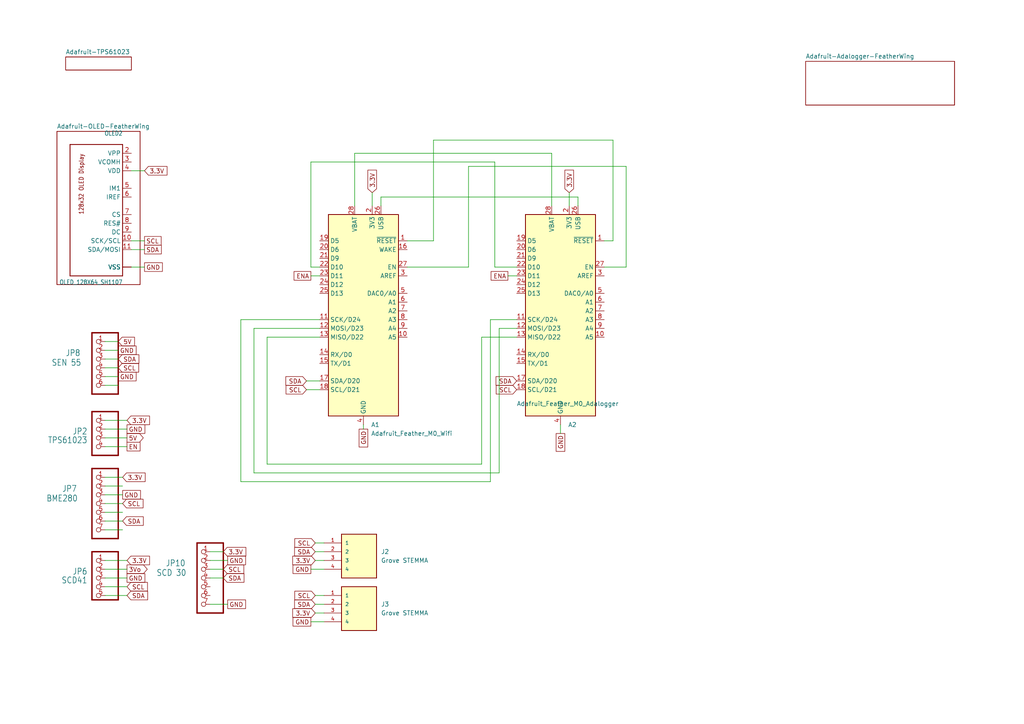
<source format=kicad_sch>
(kicad_sch (version 20231120) (generator "eeschema") (generator_version "8.0")
  (paper "A4")
  (lib_symbols
    (symbol "110990030:110990030" (pin_names (offset 1.016))
      (property "Reference" "J" (at -5.08 5.842 0))
      (property "Value" "110990030" (at -5.08 -8.382 0))
      (symbol "110990030_0_0"
        (rectangle (start -5.08 -7.62) (end 5.08 5.08) (stroke (width 0.254)) (fill (type background)))
        (pin passive line (at -10.16 2.54 0) (length 5.08) (name "1") (number "1"))
        (pin passive line (at -10.16 0 0) (length 5.08) (name "2") (number "2"))
        (pin passive line (at -10.16 -2.54 0) (length 5.08) (name "3") (number "3"))
        (pin passive line (at -10.16 -5.08 0) (length 5.08) (name "4") (number "4"))
      )
    )
    (symbol "Adafruit 128x64 OLED FeatherWing-eagle-import:OLED_128X64_SH1107"
      (property "Reference" "OLED" (at -7.62 22.86 0))
      (symbol "OLED_128X64_SH1107_1_0"
        (polyline (pts (xy -7.62 -17.78) (xy 7.62 -17.78)) (stroke (width 0.254)))
        (polyline (pts (xy -7.62 20.32) (xy -7.62 -17.78)) (stroke (width 0.254)))
        (polyline (pts (xy 7.62 -17.78) (xy 7.62 20.32)) (stroke (width 0.254)))
        (polyline (pts (xy 7.62 20.32) (xy -7.62 20.32)) (stroke (width 0.254)))
        (text "128x32 OLED Display" (at 5.08 0 900) (effects (font (size 1.27 1.0795)) (justify left bottom)))
        (pin power_in line (at -10.16 -15.24 0) (length 2.54) (name "VSS") (number "1"))
        (pin input line (at -10.16 -7.62 0) (length 2.54) (name "SCK/SCL") (number "10"))
        (pin input line (at -10.16 -10.16 0) (length 2.54) (name "SDA/MOSI") (number "11"))
        (pin power_in line (at -10.16 -15.24 0) (length 2.54) (name "VSS") (number "12"))
        (pin power_in line (at -10.16 -15.24 0) (length 2.54) (name "VSS") (number "13"))
        (pin power_in line (at -10.16 17.78 0) (length 2.54) (name "VPP") (number "2"))
        (pin power_in line (at -10.16 15.24 0) (length 2.54) (name "VCOMH") (number "3"))
        (pin power_in line (at -10.16 12.7 0) (length 2.54) (name "VDD") (number "4"))
        (pin input line (at -10.16 7.62 0) (length 2.54) (name "IM1") (number "5"))
        (pin bidirectional line (at -10.16 5.08 0) (length 2.54) (name "IREF") (number "6"))
        (pin input line (at -10.16 0 0) (length 2.54) (name "CS") (number "7"))
        (pin input line (at -10.16 -2.54 0) (length 2.54) (name "RES#") (number "8"))
        (pin input line (at -10.16 -5.08 0) (length 2.54) (name "DC") (number "9"))
      )
    )
    (symbol "Adafruit TPS61023-eagle-import:HEADER-1X4ROUND"
      (property "Reference" "JP" (at -6.35 8.255 0))
      (symbol "HEADER-1X4ROUND_1_0"
        (polyline (pts (xy -6.35 -5.08) (xy 1.27 -5.08)) (stroke (width 0.4064)))
        (polyline (pts (xy -6.35 7.62) (xy -6.35 -5.08)) (stroke (width 0.4064)))
        (polyline (pts (xy 1.27 -5.08) (xy 1.27 7.62)) (stroke (width 0.4064)))
        (polyline (pts (xy 1.27 7.62) (xy -6.35 7.62)) (stroke (width 0.4064)))
        (pin passive inverted (at -2.54 5.08 0) (length 2.54) (name "1") (number "1"))
        (pin passive inverted (at -2.54 2.54 0) (length 2.54) (name "2") (number "2"))
        (pin passive inverted (at -2.54 0 0) (length 2.54) (name "3") (number "3"))
        (pin passive inverted (at -2.54 -2.54 0) (length 2.54) (name "4") (number "4"))
      )
    )
    (symbol "HEADER-1X4ROUND_1"
      (property "Reference" "JP7" (at 5.588 1.778 0))
      (property "Value" "BME280" (at 5.334 -1.016 0))
      (symbol "HEADER-1X4ROUND_1_1_0"
        (polyline (pts (xy -6.35 -12.7) (xy 1.27 -12.7)) (stroke (width 0.4064)))
        (polyline (pts (xy -6.35 7.62) (xy -6.35 -12.7)) (stroke (width 0.4064)))
        (polyline (pts (xy 1.27 -12.7) (xy 1.27 7.62)) (stroke (width 0.4064)))
        (polyline (pts (xy 1.27 7.62) (xy -6.35 7.62)) (stroke (width 0.4064)))
        (pin passive inverted (at -2.54 5.08 0) (length 2.54) (name "1") (number "1"))
        (pin passive inverted (at -2.54 2.54 0) (length 2.54) (name "2") (number "2"))
        (pin passive inverted (at -2.54 0 0) (length 2.54) (name "3") (number "3"))
        (pin passive inverted (at -2.54 -2.54 0) (length 2.54) (name "4") (number "4"))
        (pin passive inverted (at -2.54 -5.08 0) (length 2.54) (name "5") (number "5"))
        (pin passive inverted (at -2.54 -7.62 0) (length 2.54) (name "6") (number "6"))
        (pin passive inverted (at -2.54 -10.16 0) (length 2.54) (name "7") (number "7"))
      )
    )
    (symbol "HEADER-1X4ROUND_2"
      (property "Reference" "JP8" (at 5.588 1.778 0))
      (property "Value" "SEN 55" (at 5.334 -1.016 0))
      (symbol "HEADER-1X4ROUND_2_1_0"
        (polyline (pts (xy -6.35 -10.16) (xy 1.27 -10.16)) (stroke (width 0.4064)))
        (polyline (pts (xy -6.35 7.62) (xy -6.35 -10.16)) (stroke (width 0.4064)))
        (polyline (pts (xy 1.27 -10.16) (xy 1.27 7.62)) (stroke (width 0.4064)))
        (polyline (pts (xy 1.27 7.62) (xy -6.35 7.62)) (stroke (width 0.4064)))
        (pin passive inverted (at -2.54 5.08 0) (length 2.54) (name "1") (number "1"))
        (pin passive inverted (at -2.54 2.54 0) (length 2.54) (name "2") (number "2"))
        (pin passive inverted (at -2.54 0 0) (length 2.54) (name "3") (number "3"))
        (pin passive inverted (at -2.54 -2.54 0) (length 2.54) (name "4") (number "4"))
        (pin passive inverted (at -2.54 -5.08 0) (length 2.54) (name "5") (number "5"))
        (pin passive inverted (at -2.54 -7.62 0) (length 2.54) (name "6") (number "6"))
      )
    )
    (symbol "HEADER-1X4ROUND_3"
      (property "Reference" "JP10" (at 4.572 1.778 0))
      (property "Value" "SCD 30" (at 4.318 -1.016 0))
      (symbol "HEADER-1X4ROUND_3_1_0"
        (polyline (pts (xy -6.35 -12.7) (xy 1.27 -12.7)) (stroke (width 0.4064)))
        (polyline (pts (xy -6.35 7.62) (xy -6.35 -12.7)) (stroke (width 0.4064)))
        (polyline (pts (xy 1.27 -12.7) (xy 1.27 7.62)) (stroke (width 0.4064)))
        (polyline (pts (xy 1.27 7.62) (xy -6.35 7.62)) (stroke (width 0.4064)))
        (pin passive inverted (at -2.54 5.08 0) (length 2.54) (name "1") (number "1"))
        (pin passive inverted (at -2.54 2.54 0) (length 2.54) (name "2") (number "2"))
        (pin passive inverted (at -2.54 0 0) (length 2.54) (name "3") (number "3"))
        (pin passive inverted (at -2.54 -2.54 0) (length 2.54) (name "4") (number "4"))
        (pin passive inverted (at -2.54 -5.08 0) (length 2.54) (name "5") (number "5"))
        (pin passive inverted (at -2.54 -7.62 0) (length 2.54) (name "6") (number "6"))
        (pin passive inverted (at -2.54 -10.16 0) (length 2.54) (name "7") (number "7"))
      )
    )
    (symbol "HEADER-1X4ROUND_4"
      (property "Reference" "JP6" (at 2.54 1.905 0))
      (property "Value" "SCD41" (at 2.54 -0.635 0))
      (symbol "HEADER-1X4ROUND_4_1_0"
        (polyline (pts (xy -6.35 -6.35) (xy 1.27 -6.35)) (stroke (width 0.4064)))
        (polyline (pts (xy -6.35 7.62) (xy -6.35 -6.35)) (stroke (width 0.4064)))
        (polyline (pts (xy 1.27 -6.35) (xy 1.27 7.62)) (stroke (width 0.4064)))
        (polyline (pts (xy 1.27 7.62) (xy -6.35 7.62)) (stroke (width 0.4064)))
        (pin passive inverted (at -2.54 5.08 0) (length 2.54) (name "1") (number "1"))
        (pin passive inverted (at -2.54 2.54 0) (length 2.54) (name "2") (number "2"))
        (pin passive inverted (at -2.54 0 0) (length 2.54) (name "3") (number "3"))
        (pin passive inverted (at -2.54 -2.54 0) (length 2.54) (name "4") (number "4"))
        (pin passive inverted (at -2.54 -5.08 0) (length 2.54) (name "5") (number "5"))
      )
    )
    (symbol "MCU_Module:Adafruit_Feather_M0_Adalogger"
      (property "Reference" "A" (at -10.16 29.21 0))
      (property "Value" "Adafruit_Feather_M0_Adalogger" (at 2.54 -31.75 0))
      (symbol "Adafruit_Feather_M0_Adalogger_0_1"
        (rectangle (start -10.16 27.94) (end 10.16 -30.48) (stroke (width 0.254)) (fill (type background)))
      )
      (symbol "Adafruit_Feather_M0_Adalogger_1_1"
        (pin input line (at 12.7 20.32 180) (length 2.54) (name "~{RESET}") (number "1"))
        (pin bidirectional line (at 12.7 -7.62 180) (length 2.54) (name "A5") (number "10"))
        (pin bidirectional line (at -12.7 -2.54 0) (length 2.54) (name "SCK/D24") (number "11"))
        (pin bidirectional line (at -12.7 -5.08 0) (length 2.54) (name "MOSI/D23") (number "12"))
        (pin bidirectional line (at -12.7 -7.62 0) (length 2.54) (name "MISO/D22") (number "13"))
        (pin bidirectional line (at -12.7 -12.7 0) (length 2.54) (name "RX/D0") (number "14"))
        (pin bidirectional line (at -12.7 -15.24 0) (length 2.54) (name "TX/D1") (number "15"))
        (pin passive line (at 0 -33.02 90) (length 2.54) hide (name "GND") (number "16"))
        (pin bidirectional line (at -12.7 -20.32 0) (length 2.54) (name "SDA/D20") (number "17"))
        (pin bidirectional line (at -12.7 -22.86 0) (length 2.54) (name "SCL/D21") (number "18"))
        (pin bidirectional line (at -12.7 20.32 0) (length 2.54) (name "D5") (number "19"))
        (pin power_in line (at 2.54 30.48 270) (length 2.54) (name "3V3") (number "2"))
        (pin bidirectional line (at -12.7 17.78 0) (length 2.54) (name "D6") (number "20"))
        (pin bidirectional line (at -12.7 15.24 0) (length 2.54) (name "D9") (number "21"))
        (pin bidirectional line (at -12.7 12.7 0) (length 2.54) (name "D10") (number "22"))
        (pin bidirectional line (at -12.7 10.16 0) (length 2.54) (name "D11") (number "23"))
        (pin bidirectional line (at -12.7 7.62 0) (length 2.54) (name "D12") (number "24"))
        (pin bidirectional line (at -12.7 5.08 0) (length 2.54) (name "D13") (number "25"))
        (pin power_in line (at 5.08 30.48 270) (length 2.54) (name "USB") (number "26"))
        (pin input line (at 12.7 12.7 180) (length 2.54) (name "EN") (number "27"))
        (pin power_in line (at -2.54 30.48 270) (length 2.54) (name "VBAT") (number "28"))
        (pin input line (at 12.7 10.16 180) (length 2.54) (name "AREF") (number "3"))
        (pin power_in line (at 0 -33.02 90) (length 2.54) (name "GND") (number "4"))
        (pin bidirectional line (at 12.7 5.08 180) (length 2.54) (name "DAC0/A0") (number "5"))
        (pin bidirectional line (at 12.7 2.54 180) (length 2.54) (name "A1") (number "6"))
        (pin bidirectional line (at 12.7 0 180) (length 2.54) (name "A2") (number "7"))
        (pin bidirectional line (at 12.7 -2.54 180) (length 2.54) (name "A3") (number "8"))
        (pin bidirectional line (at 12.7 -5.08 180) (length 2.54) (name "A4") (number "9"))
      )
    )
    (symbol "MCU_Module:Adafruit_Feather_M0_Wifi"
      (property "Reference" "A" (at -10.16 29.21 0))
      (property "Value" "Adafruit_Feather_M0_Wifi" (at 2.54 -31.75 0))
      (symbol "Adafruit_Feather_M0_Wifi_0_1"
        (rectangle (start -10.16 27.94) (end 10.16 -30.48) (stroke (width 0.254)) (fill (type background)))
      )
      (symbol "Adafruit_Feather_M0_Wifi_1_1"
        (pin input line (at 12.7 20.32 180) (length 2.54) (name "~{RESET}") (number "1"))
        (pin bidirectional line (at 12.7 -7.62 180) (length 2.54) (name "A5") (number "10"))
        (pin bidirectional line (at -12.7 -2.54 0) (length 2.54) (name "SCK/D24") (number "11"))
        (pin bidirectional line (at -12.7 -5.08 0) (length 2.54) (name "MOSI/D23") (number "12"))
        (pin bidirectional line (at -12.7 -7.62 0) (length 2.54) (name "MISO/D22") (number "13"))
        (pin bidirectional line (at -12.7 -12.7 0) (length 2.54) (name "RX/D0") (number "14"))
        (pin bidirectional line (at -12.7 -15.24 0) (length 2.54) (name "TX/D1") (number "15"))
        (pin input line (at 12.7 17.78 180) (length 2.54) (name "WAKE") (number "16"))
        (pin bidirectional line (at -12.7 -20.32 0) (length 2.54) (name "SDA/D20") (number "17"))
        (pin bidirectional line (at -12.7 -22.86 0) (length 2.54) (name "SCL/D21") (number "18"))
        (pin bidirectional line (at -12.7 20.32 0) (length 2.54) (name "D5") (number "19"))
        (pin power_in line (at 2.54 30.48 270) (length 2.54) (name "3V3") (number "2"))
        (pin bidirectional line (at -12.7 17.78 0) (length 2.54) (name "D6") (number "20"))
        (pin bidirectional line (at -12.7 15.24 0) (length 2.54) (name "D9") (number "21"))
        (pin bidirectional line (at -12.7 12.7 0) (length 2.54) (name "D10") (number "22"))
        (pin bidirectional line (at -12.7 10.16 0) (length 2.54) (name "D11") (number "23"))
        (pin bidirectional line (at -12.7 7.62 0) (length 2.54) (name "D12") (number "24"))
        (pin bidirectional line (at -12.7 5.08 0) (length 2.54) (name "D13") (number "25"))
        (pin power_in line (at 5.08 30.48 270) (length 2.54) (name "USB") (number "26"))
        (pin input line (at 12.7 12.7 180) (length 2.54) (name "EN") (number "27"))
        (pin power_in line (at -2.54 30.48 270) (length 2.54) (name "VBAT") (number "28"))
        (pin input line (at 12.7 10.16 180) (length 2.54) (name "AREF") (number "3"))
        (pin power_in line (at 0 -33.02 90) (length 2.54) (name "GND") (number "4"))
        (pin bidirectional line (at 12.7 5.08 180) (length 2.54) (name "DAC0/A0") (number "5"))
        (pin bidirectional line (at 12.7 2.54 180) (length 2.54) (name "A1") (number "6"))
        (pin bidirectional line (at 12.7 0 180) (length 2.54) (name "A2") (number "7"))
        (pin bidirectional line (at 12.7 -2.54 180) (length 2.54) (name "A3") (number "8"))
        (pin bidirectional line (at 12.7 -5.08 180) (length 2.54) (name "A4") (number "9"))
      )
    )
  )
  (wire (pts (xy 139.7 134.62) (xy 139.7 97.79)))
  (wire (pts (xy 69.85 139.7) (xy 142.24 139.7)))
  (wire (pts (xy 30.48 104.14) (xy 34.29 104.14)))
  (wire (pts (xy 30.48 165.1) (xy 36.83 165.1)))
  (wire (pts (xy 105.41 123.19) (xy 105.41 124.46)))
  (wire (pts (xy 91.44 157.48) (xy 93.98 157.48)))
  (wire (pts (xy 147.32 80.01) (xy 149.86 80.01)))
  (wire (pts (xy 181.61 48.26) (xy 181.61 77.47)))
  (wire (pts (xy 60.96 162.56) (xy 66.04 162.56)))
  (wire (pts (xy 91.44 175.26) (xy 93.98 175.26)))
  (wire (pts (xy 107.95 55.88) (xy 107.95 59.69)))
  (wire (pts (xy 38.1 49.53) (xy 41.91 49.53)))
  (wire (pts (xy 30.48 148.59) (xy 35.56 148.59)))
  (wire (pts (xy 30.48 124.46) (xy 36.83 124.46)))
  (wire (pts (xy 177.8 69.85) (xy 175.26 69.85)))
  (wire (pts (xy 30.48 151.13) (xy 35.56 151.13)))
  (wire (pts (xy 69.85 92.71) (xy 69.85 139.7)))
  (wire (pts (xy 135.89 77.47) (xy 135.89 48.26)))
  (wire (pts (xy 144.78 137.16) (xy 144.78 95.25)))
  (wire (pts (xy 90.17 165.1) (xy 93.98 165.1)))
  (wire (pts (xy 30.48 146.05) (xy 35.56 146.05)))
  (wire (pts (xy 38.1 72.39) (xy 41.91 72.39)))
  (wire (pts (xy 92.71 77.47) (xy 90.17 77.47)))
  (wire (pts (xy 160.02 59.69) (xy 160.02 44.45)))
  (wire (pts (xy 90.17 46.99) (xy 143.51 46.99)))
  (wire (pts (xy 125.73 40.64) (xy 177.8 40.64)))
  (wire (pts (xy 30.48 101.6) (xy 34.29 101.6)))
  (wire (pts (xy 30.48 153.67) (xy 35.56 153.67)))
  (wire (pts (xy 30.48 106.68) (xy 34.29 106.68)))
  (wire (pts (xy 139.7 97.79) (xy 149.86 97.79)))
  (wire (pts (xy 30.48 170.18) (xy 36.83 170.18)))
  (wire (pts (xy 88.9 113.03) (xy 92.71 113.03)))
  (wire (pts (xy 144.78 95.25) (xy 149.86 95.25)))
  (wire (pts (xy 142.24 139.7) (xy 142.24 92.71)))
  (wire (pts (xy 88.9 110.49) (xy 92.71 110.49)))
  (wire (pts (xy 77.47 97.79) (xy 77.47 134.62)))
  (wire (pts (xy 165.1 55.88) (xy 165.1 59.69)))
  (wire (pts (xy 60.96 160.02) (xy 64.77 160.02)))
  (wire (pts (xy 91.44 177.8) (xy 93.98 177.8)))
  (wire (pts (xy 30.48 109.22) (xy 34.29 109.22)))
  (wire (pts (xy 92.71 92.71) (xy 69.85 92.71)))
  (wire (pts (xy 91.44 172.72) (xy 93.98 172.72)))
  (wire (pts (xy 90.17 80.01) (xy 92.71 80.01)))
  (wire (pts (xy 167.64 57.15) (xy 110.49 57.15)))
  (wire (pts (xy 135.89 48.26) (xy 181.61 48.26)))
  (wire (pts (xy 143.51 77.47) (xy 149.86 77.47)))
  (wire (pts (xy 102.87 44.45) (xy 102.87 59.69)))
  (wire (pts (xy 30.48 121.92) (xy 36.83 121.92)))
  (wire (pts (xy 90.17 180.34) (xy 93.98 180.34)))
  (wire (pts (xy 73.66 95.25) (xy 73.66 137.16)))
  (wire (pts (xy 91.44 162.56) (xy 93.98 162.56)))
  (wire (pts (xy 92.71 97.79) (xy 77.47 97.79)))
  (wire (pts (xy 73.66 137.16) (xy 144.78 137.16)))
  (wire (pts (xy 167.64 59.69) (xy 167.64 57.15)))
  (wire (pts (xy 30.48 172.72) (xy 36.83 172.72)))
  (wire (pts (xy 30.48 140.97) (xy 35.56 140.97)))
  (wire (pts (xy 175.26 77.47) (xy 181.61 77.47)))
  (wire (pts (xy 30.48 111.76) (xy 34.29 111.76)))
  (wire (pts (xy 30.48 138.43) (xy 35.56 138.43)))
  (wire (pts (xy 125.73 69.85) (xy 125.73 40.64)))
  (wire (pts (xy 38.1 69.85) (xy 41.91 69.85)))
  (wire (pts (xy 143.51 46.99) (xy 143.51 77.47)))
  (wire (pts (xy 118.11 77.47) (xy 135.89 77.47)))
  (wire (pts (xy 38.1 77.47) (xy 41.91 77.47)))
  (wire (pts (xy 110.49 57.15) (xy 110.49 59.69)))
  (wire (pts (xy 30.48 143.51) (xy 35.56 143.51)))
  (wire (pts (xy 177.8 40.64) (xy 177.8 69.85)))
  (wire (pts (xy 60.96 165.1) (xy 64.77 165.1)))
  (wire (pts (xy 30.48 167.64) (xy 36.83 167.64)))
  (wire (pts (xy 77.47 134.62) (xy 139.7 134.62)))
  (wire (pts (xy 142.24 92.71) (xy 149.86 92.71)))
  (wire (pts (xy 92.71 95.25) (xy 73.66 95.25)))
  (wire (pts (xy 30.48 129.54) (xy 36.83 129.54)))
  (wire (pts (xy 90.17 77.47) (xy 90.17 46.99)))
  (wire (pts (xy 118.11 69.85) (xy 125.73 69.85)))
  (wire (pts (xy 162.56 123.19) (xy 162.56 125.73)))
  (wire (pts (xy 30.48 99.06) (xy 34.29 99.06)))
  (wire (pts (xy 30.48 162.56) (xy 36.83 162.56)))
  (wire (pts (xy 60.96 167.64) (xy 64.77 167.64)))
  (wire (pts (xy 60.96 175.26) (xy 66.04 175.26)))
  (wire (pts (xy 30.48 127) (xy 36.83 127)))
  (wire (pts (xy 160.02 44.45) (xy 102.87 44.45)))
  (wire (pts (xy 91.44 160.02) (xy 93.98 160.02)))
  (global_label "SDA" (shape input) (at 91.44 160.02 180) (property "Intersheetrefs" "${INTERSHEET_REFS}" (effects (hide yes))))
  (global_label "GND" (shape passive) (at 90.17 180.34 180) (property "Intersheetrefs" "${INTERSHEET_REFS}" (effects (hide yes))))
  (global_label "GND" (shape passive) (at 41.91 77.47 0) (property "Intersheetrefs" "${INTERSHEET_REFS}" (effects (hide yes))))
  (global_label "SDA" (shape input) (at 149.86 110.49 180) (property "Intersheetrefs" "${INTERSHEET_REFS}" (effects (hide yes))))
  (global_label "3.3V" (shape input) (at 64.77 160.02 0) (property "Intersheetrefs" "${INTERSHEET_REFS}" (effects (hide yes))))
  (global_label "3.3V" (shape input) (at 91.44 162.56 180) (property "Intersheetrefs" "${INTERSHEET_REFS}" (effects (hide yes))))
  (global_label "SDA" (shape input) (at 36.83 172.72 0) (property "Intersheetrefs" "${INTERSHEET_REFS}" (effects (hide yes))))
  (global_label "SCL" (shape input) (at 88.9 113.03 180) (property "Intersheetrefs" "${INTERSHEET_REFS}" (effects (hide yes))))
  (global_label "GND" (shape passive) (at 35.56 143.51 0) (property "Intersheetrefs" "${INTERSHEET_REFS}" (effects (hide yes))))
  (global_label "SCL" (shape input) (at 64.77 165.1 0) (property "Intersheetrefs" "${INTERSHEET_REFS}" (effects (hide yes))))
  (global_label "3.3V" (shape input) (at 41.91 49.53 0) (property "Intersheetrefs" "${INTERSHEET_REFS}" (effects (hide yes))))
  (global_label "GND" (shape passive) (at 34.29 109.22 0) (property "Intersheetrefs" "${INTERSHEET_REFS}" (effects (hide yes))))
  (global_label "GND" (shape passive) (at 66.04 162.56 0) (property "Intersheetrefs" "${INTERSHEET_REFS}" (effects (hide yes))))
  (global_label "GND" (shape passive) (at 34.29 101.6 0) (property "Intersheetrefs" "${INTERSHEET_REFS}" (effects (hide yes))))
  (global_label "3.3V" (shape input) (at 165.1 55.88 90) (property "Intersheetrefs" "${INTERSHEET_REFS}" (effects (hide yes))))
  (global_label "SDA" (shape input) (at 88.9 110.49 180) (property "Intersheetrefs" "${INTERSHEET_REFS}" (effects (hide yes))))
  (global_label "EN" (shape passive) (at 36.83 129.54 0) (property "Intersheetrefs" "${INTERSHEET_REFS}" (effects (hide yes))))
  (global_label "3Vo" (shape output) (at 36.83 165.1 0) (property "Intersheetrefs" "${INTERSHEET_REFS}" (effects (hide yes))))
  (global_label "SCL" (shape input) (at 91.44 157.48 180) (property "Intersheetrefs" "${INTERSHEET_REFS}" (effects (hide yes))))
  (global_label "3.3V" (shape input) (at 36.83 121.92 0) (property "Intersheetrefs" "${INTERSHEET_REFS}" (effects (hide yes))))
  (global_label "SDA" (shape input) (at 34.29 104.14 0) (property "Intersheetrefs" "${INTERSHEET_REFS}" (effects (hide yes))))
  (global_label "SCL" (shape input) (at 149.86 113.03 180) (property "Intersheetrefs" "${INTERSHEET_REFS}" (effects (hide yes))))
  (global_label "3.3V" (shape input) (at 36.83 162.56 0) (property "Intersheetrefs" "${INTERSHEET_REFS}" (effects (hide yes))))
  (global_label "3.3V" (shape input) (at 91.44 177.8 180) (property "Intersheetrefs" "${INTERSHEET_REFS}" (effects (hide yes))))
  (global_label "GND" (shape passive) (at 162.56 125.73 270) (property "Intersheetrefs" "${INTERSHEET_REFS}" (effects (hide yes))))
  (global_label "SDA" (shape passive) (at 41.91 72.39 0) (property "Intersheetrefs" "${INTERSHEET_REFS}" (effects (hide yes))))
  (global_label "SDA" (shape input) (at 91.44 175.26 180) (property "Intersheetrefs" "${INTERSHEET_REFS}" (effects (hide yes))))
  (global_label "3.3V" (shape input) (at 35.56 138.43 0) (property "Intersheetrefs" "${INTERSHEET_REFS}" (effects (hide yes))))
  (global_label "SDA" (shape input) (at 64.77 167.64 0) (property "Intersheetrefs" "${INTERSHEET_REFS}" (effects (hide yes))))
  (global_label "ENA" (shape passive) (at 90.17 80.01 180) (property "Intersheetrefs" "${INTERSHEET_REFS}" (effects (hide yes))))
  (global_label "GND" (shape passive) (at 105.41 124.46 270) (property "Intersheetrefs" "${INTERSHEET_REFS}" (effects (hide yes))))
  (global_label "GND" (shape passive) (at 90.17 165.1 180) (property "Intersheetrefs" "${INTERSHEET_REFS}" (effects (hide yes))))
  (global_label "3.3V" (shape input) (at 107.95 55.88 90) (property "Intersheetrefs" "${INTERSHEET_REFS}" (effects (hide yes))))
  (global_label "SDA" (shape input) (at 35.56 151.13 0) (property "Intersheetrefs" "${INTERSHEET_REFS}" (effects (hide yes))))
  (global_label "5V" (shape output) (at 36.83 127 0) (property "Intersheetrefs" "${INTERSHEET_REFS}" (effects (hide yes))))
  (global_label "GND" (shape passive) (at 36.83 124.46 0) (property "Intersheetrefs" "${INTERSHEET_REFS}" (effects (hide yes))))
  (global_label "GND" (shape passive) (at 36.83 167.64 0) (property "Intersheetrefs" "${INTERSHEET_REFS}" (effects (hide yes))))
  (global_label "GND" (shape passive) (at 66.04 175.26 0) (property "Intersheetrefs" "${INTERSHEET_REFS}" (effects (hide yes))))
  (global_label "SCL" (shape input) (at 35.56 146.05 0) (property "Intersheetrefs" "${INTERSHEET_REFS}" (effects (hide yes))))
  (global_label "SCL" (shape passive) (at 41.91 69.85 0) (property "Intersheetrefs" "${INTERSHEET_REFS}" (effects (hide yes))))
  (global_label "SCL" (shape input) (at 91.44 172.72 180) (property "Intersheetrefs" "${INTERSHEET_REFS}" (effects (hide yes))))
  (global_label "SCL" (shape input) (at 34.29 106.68 0) (property "Intersheetrefs" "${INTERSHEET_REFS}" (effects (hide yes))))
  (global_label "5V" (shape input) (at 34.29 99.06 0) (property "Intersheetrefs" "${INTERSHEET_REFS}" (effects (hide yes))))
  (global_label "SCL" (shape input) (at 36.83 170.18 0) (property "Intersheetrefs" "${INTERSHEET_REFS}" (effects (hide yes))))
  (global_label "ENA" (shape passive) (at 147.32 80.01 180) (property "Intersheetrefs" "${INTERSHEET_REFS}" (effects (hide yes))))
  (symbol (lib_id "MCU_Module:Adafruit_Feather_M0_Wifi") (at 105.41 90.17 0) (unit 1)
    (property "Reference" "A1" (at 107.6041 123.19 0) (effects (justify left)))
    (property "Value" "Adafruit_Feather_M0_Wifi" (at 107.6041 125.73 0) (effects (justify left)))
    (property "Footprint" "Module:Adafruit_Feather_M0_Wifi" (effects (hide yes)))
    (property "Datasheet" "https://cdn-learn.adafruit.com/downloads/pdf/adafruit-feather-m0-wifi-atwinc1500.pdf" (effects (hide yes)))
    (property "Description" "Microcontroller module with SAMD21 Cortex-M0 MCU and ATWINC1500 Wifi" (effects (hide yes)))
  )
  (symbol (lib_id "110990030:110990030") (at 104.14 175.26 0) (unit 1)
    (property "Reference" "J3" (at 110.49 175.2599 0) (effects (justify left)))
    (property "Value" "Grove STEMMA" (at 110.49 177.7999 0) (effects (justify left)))
    (property "Footprint" "Connector_PinHeader_2.00mm:PinHeader_1x04_P2.00mm_Vertical" (effects (hide yes)))
    (property "MF" "Seeed Studio" (effects (hide yes)))
    (property "MAXIMUM_PACKAGE_HEIGHT" "8.1mm" (effects (hide yes)))
    (property "Package" "None" (effects (hide yes)))
    (property "Price" "None" (effects (hide yes)))
    (property "Check_prices" "https://www.snapeda.com/parts/110990030%2010PCS/PACK/Seeed+Studio/view-part/?ref=eda" (effects (hide yes)))
    (property "STANDARD" "Manufacturer Recommendations" (effects (hide yes)))
    (property "PARTREV" "A" (effects (hide yes)))
    (property "SnapEDA_Link" "https://www.snapeda.com/parts/110990030%2010PCS/PACK/Seeed+Studio/view-part/?ref=snap" (effects (hide yes)))
    (property "MP" "110990030 10PCS/PACK" (effects (hide yes)))
    (property "Description_1" "\nGrove - Universal 4 pin connector [Seeed Studio] 110990030 10PCS/PACK Grove - Universal 4 pin connector\n" (effects (hide yes)))
    (property "Availability" "Not in stock" (effects (hide yes)))
    (property "MANUFACTURER" "Seeed Technology" (effects (hide yes)))
  )
  (symbol (lib_name "HEADER-1X4ROUND_1") (lib_id "Adafruit TPS61023-eagle-import:HEADER-1X4ROUND") (at 27.94 143.51 0) (mirror y) (unit 1)
    (property "Reference" "JP7" (at 22.352 141.732 0) (effects (font (size 1.778 1.5113)) (justify left)))
    (property "Value" "BME280" (at 22.606 144.526 0) (effects (font (size 1.778 1.5113)) (justify left)))
    (property "Footprint" "Connector_PinHeader_2.54mm:PinHeader_1x07_P2.54mm_Vertical" (effects (hide yes)))
    (property "Description" "PIN HEADER" (effects (hide yes)))
  )
  (symbol (lib_id "110990030:110990030") (at 104.14 160.02 0) (unit 1)
    (property "Reference" "J2" (at 110.49 160.0199 0) (effects (justify left)))
    (property "Value" "Grove STEMMA" (at 110.49 162.5599 0) (effects (justify left)))
    (property "Footprint" "Connector_PinHeader_2.00mm:PinHeader_1x04_P2.00mm_Vertical" (effects (hide yes)))
    (property "MF" "Seeed Studio" (effects (hide yes)))
    (property "MAXIMUM_PACKAGE_HEIGHT" "8.1mm" (effects (hide yes)))
    (property "Package" "None" (effects (hide yes)))
    (property "Price" "None" (effects (hide yes)))
    (property "Check_prices" "https://www.snapeda.com/parts/110990030%2010PCS/PACK/Seeed+Studio/view-part/?ref=eda" (effects (hide yes)))
    (property "STANDARD" "Manufacturer Recommendations" (effects (hide yes)))
    (property "PARTREV" "A" (effects (hide yes)))
    (property "SnapEDA_Link" "https://www.snapeda.com/parts/110990030%2010PCS/PACK/Seeed+Studio/view-part/?ref=snap" (effects (hide yes)))
    (property "MP" "110990030 10PCS/PACK" (effects (hide yes)))
    (property "Description_1" "\nGrove - Universal 4 pin connector [Seeed Studio] 110990030 10PCS/PACK Grove - Universal 4 pin connector\n" (effects (hide yes)))
    (property "Availability" "Not in stock" (effects (hide yes)))
    (property "MANUFACTURER" "Seeed Technology" (effects (hide yes)))
  )
  (symbol (lib_id "Adafruit TPS61023-eagle-import:HEADER-1X4ROUND") (at 27.94 127 0) (mirror y) (unit 1)
    (property "Reference" "JP2" (at 25.4 125.095 0) (effects (font (size 1.778 1.5113)) (justify left)))
    (property "Value" "TPS61023" (at 25.4 127.635 0) (effects (font (size 1.778 1.5113)) (justify left)))
    (property "Footprint" "Connector_PinHeader_2.54mm:PinHeader_1x04_P2.54mm_Vertical" (effects (hide yes)))
    (property "Description" "PIN HEADER" (effects (hide yes)))
  )
  (symbol (lib_name "HEADER-1X4ROUND_2") (lib_id "Adafruit TPS61023-eagle-import:HEADER-1X4ROUND") (at 27.94 104.14 0) (mirror y) (unit 1)
    (property "Reference" "JP8" (at 23.368 102.362 0) (effects (font (size 1.778 1.5113)) (justify left)))
    (property "Value" "SEN 55" (at 23.622 105.156 0) (effects (font (size 1.778 1.5113)) (justify left)))
    (property "Footprint" "Connector_PinHeader_2.54mm:PinHeader_1x06_P2.54mm_Vertical" (effects (hide yes)))
    (property "Description" "PIN HEADER" (effects (hide yes)))
  )
  (symbol (lib_id "MCU_Module:Adafruit_Feather_M0_Adalogger") (at 162.56 90.17 0) (unit 1)
    (property "Reference" "A2" (at 164.7541 123.19 0) (effects (justify left)))
    (property "Value" "Adafruit_Feather_M0_Adalogger" (at 149.86 117.094 0) (effects (justify left)))
    (property "Footprint" "Module:Adafruit_Feather" (effects (hide yes)))
    (property "Datasheet" "https://cdn-learn.adafruit.com/downloads/pdf/adafruit-feather-m0-adalogger.pdf" (effects (hide yes)))
    (property "Description" "Microcontroller module with SAMD21 Cortex-M0 MCU and SD card reader" (effects (hide yes)))
  )
  (symbol (lib_id "Adafruit 128x64 OLED FeatherWing-eagle-import:OLED_128X64_SH1107") (at 27.94 62.23 0) (mirror y) (unit 1)
    (property "Reference" "OLED2" (at 35.56 39.37 0) (effects (font (size 1.27 1.0795)) (justify left bottom)))
    (property "Value" "OLED_128X64_SH1107" (at 35.56 82.55 0) (effects (font (size 1.27 1.0795)) (justify left bottom)))
    (property "Footprint" "Adafruit 128x64 OLED FeatherWing:QT1107P11A" (effects (hide yes)))
  )
  (symbol (lib_name "HEADER-1X4ROUND_3") (lib_id "Adafruit TPS61023-eagle-import:HEADER-1X4ROUND") (at 58.42 165.1 0) (mirror y) (unit 1)
    (property "Reference" "JP10" (at 53.848 163.322 0) (effects (font (size 1.778 1.5113)) (justify left)))
    (property "Value" "SCD 30" (at 54.102 166.116 0) (effects (font (size 1.778 1.5113)) (justify left)))
    (property "Footprint" "Connector_PinHeader_2.54mm:PinHeader_1x07_P2.54mm_Vertical" (effects (hide yes)))
    (property "Description" "PIN HEADER" (effects (hide yes)))
  )
  (symbol (lib_name "HEADER-1X4ROUND_4") (lib_id "Adafruit TPS61023-eagle-import:HEADER-1X4ROUND") (at 27.94 167.64 0) (mirror y) (unit 1)
    (property "Reference" "JP6" (at 25.4 165.735 0) (effects (font (size 1.778 1.5113)) (justify left)))
    (property "Value" "SCD41" (at 25.4 168.275 0) (effects (font (size 1.778 1.5113)) (justify left)))
    (property "Footprint" "Connector_PinHeader_2.54mm:PinHeader_1x05_P2.54mm_Vertical" (effects (hide yes)))
    (property "Description" "PIN HEADER" (effects (hide yes)))
  )
  (sheet (at 233.68 17.78) (size 43.18 12.7) (stroke (width 0.1524))
    (property "Sheetname" "Adafruit-Adalogger-FeatherWing" (at 233.68 17.0684 0) (effects (justify left bottom)))
    (property "Sheetfile" "Adafruit-Adalogger-FeatherWing.kicad_sch" (effects (hide yes)))
  )
  (sheet (at 16.51 38.1) (size 24.13 44.45) (stroke (width 0.1524))
    (property "Sheetname" "Adafruit-OLED-FeatherWing" (at 16.51 37.3884 0) (effects (justify left bottom)))
    (property "Sheetfile" "Adafruit-OLED-FeatherWing.kicad_sch" (effects (hide yes)))
  )
  (sheet (at 19.05 16.51) (size 19.05 3.81) (stroke (width 0.1524))
    (property "Sheetname" "Adafruit-TPS61023" (at 19.05 15.7984 0) (effects (justify left bottom)))
    (property "Sheetfile" "Adafruit-TPS61023.kicad_sch" (effects (hide yes)))
  )
)
</source>
